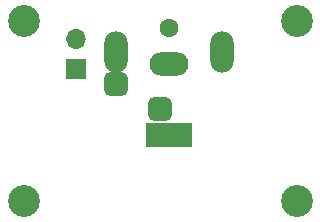
<source format=gbr>
%TF.GenerationSoftware,KiCad,Pcbnew,8.0.4*%
%TF.CreationDate,2024-09-07T16:18:19-07:00*%
%TF.ProjectId,upiez,75706965-7a2e-46b6-9963-61645f706362,rev?*%
%TF.SameCoordinates,Original*%
%TF.FileFunction,Soldermask,Bot*%
%TF.FilePolarity,Negative*%
%FSLAX46Y46*%
G04 Gerber Fmt 4.6, Leading zero omitted, Abs format (unit mm)*
G04 Created by KiCad (PCBNEW 8.0.4) date 2024-09-07 16:18:19*
%MOMM*%
%LPD*%
G01*
G04 APERTURE LIST*
G04 Aperture macros list*
%AMRoundRect*
0 Rectangle with rounded corners*
0 $1 Rounding radius*
0 $2 $3 $4 $5 $6 $7 $8 $9 X,Y pos of 4 corners*
0 Add a 4 corners polygon primitive as box body*
4,1,4,$2,$3,$4,$5,$6,$7,$8,$9,$2,$3,0*
0 Add four circle primitives for the rounded corners*
1,1,$1+$1,$2,$3*
1,1,$1+$1,$4,$5*
1,1,$1+$1,$6,$7*
1,1,$1+$1,$8,$9*
0 Add four rect primitives between the rounded corners*
20,1,$1+$1,$2,$3,$4,$5,0*
20,1,$1+$1,$4,$5,$6,$7,0*
20,1,$1+$1,$6,$7,$8,$9,0*
20,1,$1+$1,$8,$9,$2,$3,0*%
G04 Aperture macros list end*
%ADD10C,2.700000*%
%ADD11R,1.700000X1.700000*%
%ADD12O,1.700000X1.700000*%
%ADD13C,1.600000*%
%ADD14R,4.000000X2.000000*%
%ADD15O,3.300000X2.000000*%
%ADD16O,2.000000X3.500000*%
%ADD17RoundRect,0.500000X-0.500000X0.500000X-0.500000X-0.500000X0.500000X-0.500000X0.500000X0.500000X0*%
G04 APERTURE END LIST*
D10*
%TO.C,S*%
X51054000Y-43180000D03*
%TD*%
%TO.C,S*%
X51054000Y-27940000D03*
%TD*%
D11*
%TO.C,J2*%
X32410400Y-32004000D03*
D12*
X32410400Y-29464000D03*
%TD*%
D10*
%TO.C,S*%
X27940000Y-27940000D03*
%TD*%
%TO.C,S*%
X27940000Y-43180000D03*
%TD*%
D13*
%TO.C,J1*%
X40259000Y-28592000D03*
D14*
X40259000Y-37592000D03*
D15*
X40259000Y-31592000D03*
D16*
X44759000Y-30592000D03*
X35759000Y-30592000D03*
%TD*%
D17*
%TO.C,J3*%
X39497000Y-35400000D03*
%TD*%
%TO.C,J4*%
X35763200Y-33299400D03*
%TD*%
M02*

</source>
